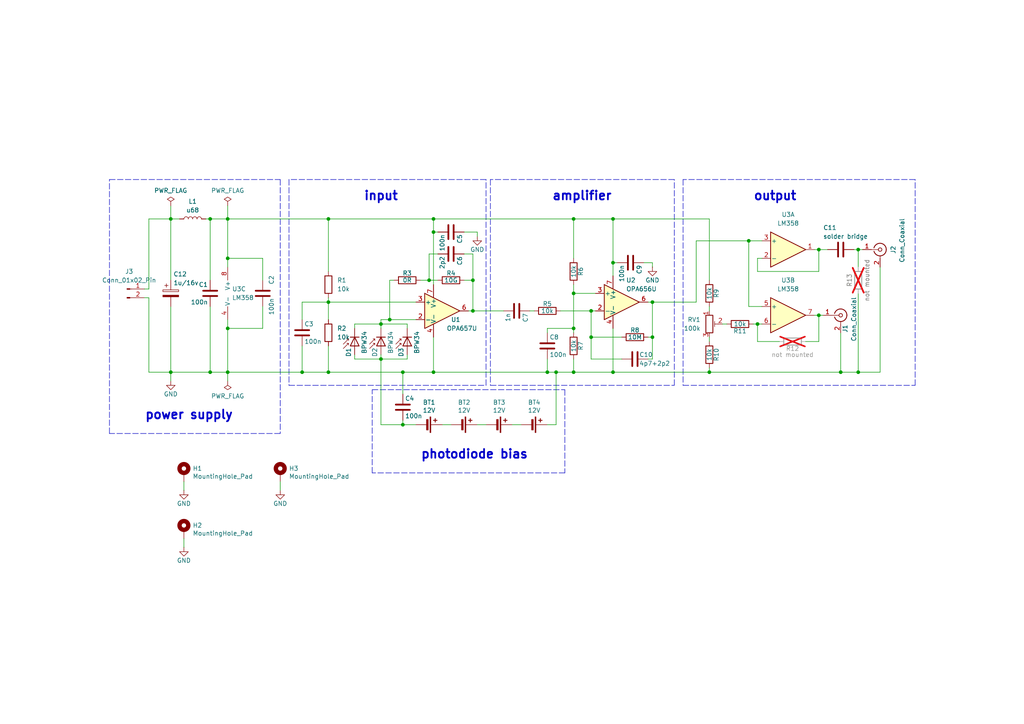
<source format=kicad_sch>
(kicad_sch (version 20250114) (generator "eeschema") (generator_version "9.0")
  (paper "A4")
  (lib_symbols
    (symbol "Amplifier_Operational:LM358" (pin_names (offset 0.127))
      (property "Reference" "U" (at 0 5.08 0))
      (property "Value" "LM358" (at 0 -5.08 0))
      (symbol "LM358_1_1"
        (polyline (pts (xy -5.08 5.08) (xy 5.08 0) (xy -5.08 -5.08) (xy -5.08 5.08)) (stroke (width 0.254)) (fill (type background)))
        (pin input line (at -7.62 2.54 0) (length 2.54) (name "+") (number "3"))
        (pin input line (at -7.62 -2.54 0) (length 2.54) (name "-") (number "2"))
        (pin output line (at 7.62 0 180) (length 2.54) (name "~") (number "1"))
      )
      (symbol "LM358_2_1"
        (polyline (pts (xy -5.08 5.08) (xy 5.08 0) (xy -5.08 -5.08) (xy -5.08 5.08)) (stroke (width 0.254)) (fill (type background)))
        (pin input line (at -7.62 2.54 0) (length 2.54) (name "+") (number "5"))
        (pin input line (at -7.62 -2.54 0) (length 2.54) (name "-") (number "6"))
        (pin output line (at 7.62 0 180) (length 2.54) (name "~") (number "7"))
      )
      (symbol "LM358_3_1"
        (pin power_in line (at -2.54 7.62 270) (length 3.81) (name "V+") (number "8"))
        (pin power_in line (at -2.54 -7.62 90) (length 3.81) (name "V-") (number "4"))
      )
    )
    (symbol "Amplifier_Operational:OPA333xxD" (pin_names (offset 0.127))
      (property "Reference" "U" (at 0 6.35 0))
      (property "Value" "OPA333xxD" (at 0 3.81 0))
      (symbol "OPA333xxD_0_1"
        (polyline (pts (xy -5.08 5.08) (xy 5.08 0) (xy -5.08 -5.08) (xy -5.08 5.08)) (stroke (width 0.254)) (fill (type background)))
      )
      (symbol "OPA333xxD_1_1"
        (pin input line (at -7.62 2.54 0) (length 2.54) (name "+") (number "3"))
        (pin input line (at -7.62 -2.54 0) (length 2.54) (name "-") (number "2"))
        (pin power_in line (at -2.54 7.62 270) (length 3.81) (name "V+") (number "7"))
        (pin no_connect line (at -2.54 2.54 270) (length 2.54) (hide yes) (name "NC") (number "1"))
        (pin power_in line (at -2.54 -7.62 90) (length 3.81) (name "V-") (number "4"))
        (pin no_connect line (at 0 2.54 270) (length 2.54) (hide yes) (name "NC") (number "5"))
        (pin no_connect line (at 0 -2.54 90) (length 2.54) (hide yes) (name "NC") (number "8"))
        (pin output line (at 7.62 0 180) (length 2.54) (name "~") (number "6"))
      )
    )
    (symbol "Connector:Conn_01x02_Pin" (pin_names (offset 1.016) (hide yes))
      (property "Reference" "J" (at 0 2.54 0))
      (property "Value" "Conn_01x02_Pin" (at 0 -5.08 0))
      (symbol "Conn_01x02_Pin_1_1"
        (rectangle (start 0.8636 0.127) (end 0 -0.127) (stroke (width 0.1524)) (fill (type outline)))
        (rectangle (start 0.8636 -2.413) (end 0 -2.667) (stroke (width 0.1524)) (fill (type outline)))
        (polyline (pts (xy 1.27 0) (xy 0.8636 0)) (stroke (width 0.1524)))
        (polyline (pts (xy 1.27 -2.54) (xy 0.8636 -2.54)) (stroke (width 0.1524)))
        (pin passive line (at 5.08 0 180) (length 3.81) (name "Pin_1") (number "1"))
        (pin passive line (at 5.08 -2.54 180) (length 3.81) (name "Pin_2") (number "2"))
      )
    )
    (symbol "Connector:Conn_Coaxial" (pin_names (offset 1.016) (hide yes))
      (property "Reference" "J" (at 0.254 3.048 0))
      (property "Value" "Conn_Coaxial" (at 2.921 0 90))
      (symbol "Conn_Coaxial_0_1"
        (polyline (pts (xy -2.54 0) (xy -0.508 0)))
        (arc (start 1.778 0) (mid 0.222 -1.8079) (end -1.778 -0.508) (stroke (width 0.254)))
        (arc (start -1.778 0.508) (mid 0.2221 1.8084) (end 1.778 0) (stroke (width 0.254)))
        (circle (center 0 0) (radius 0.508) (stroke (width 0.2032)))
        (polyline (pts (xy 0 -2.54) (xy 0 -1.778)))
      )
      (symbol "Conn_Coaxial_1_1"
        (pin passive line (at -5.08 0 0) (length 2.54) (name "In") (number "1"))
        (pin passive line (at 0 -5.08 90) (length 2.54) (name "Ext") (number "2"))
      )
    )
    (symbol "Device:Battery_Cell" (pin_numbers (hide yes)) (pin_names (offset 0) (hide yes))
      (property "Reference" "BT" (at 2.54 2.54 0))
      (property "Value" "Battery_Cell" (at 2.54 0 0))
      (symbol "Battery_Cell_0_1"
        (rectangle (start -2.286 1.778) (end 2.286 1.524) (fill (type outline)))
        (rectangle (start -1.524 1.016) (end 1.524 0.508) (fill (type outline)))
        (polyline (pts (xy 0 1.778) (xy 0 2.54)))
        (polyline (pts (xy 0 0.762) (xy 0 0)))
        (polyline (pts (xy 0.762 3.048) (xy 1.778 3.048)) (stroke (width 0.254)))
        (polyline (pts (xy 1.27 3.556) (xy 1.27 2.54)) (stroke (width 0.254)))
      )
      (symbol "Battery_Cell_1_1"
        (pin passive line (at 0 5.08 270) (length 2.54) (name "+") (number "1"))
        (pin passive line (at 0 -2.54 90) (length 2.54) (name "-") (number "2"))
      )
    )
    (symbol "Device:C" (pin_numbers (hide yes)) (pin_names (offset 0.254))
      (property "Reference" "C" (at 0.635 2.54 0))
      (property "Value" "C" (at 0.635 -2.54 0))
      (symbol "C_0_1"
        (polyline (pts (xy -2.032 0.762) (xy 2.032 0.762)) (stroke (width 0.508)))
        (polyline (pts (xy -2.032 -0.762) (xy 2.032 -0.762)) (stroke (width 0.508)))
      )
      (symbol "C_1_1"
        (pin passive line (at 0 3.81 270) (length 2.794) (name "~") (number "1"))
        (pin passive line (at 0 -3.81 90) (length 2.794) (name "~") (number "2"))
      )
    )
    (symbol "Device:C_Polarized" (pin_numbers (hide yes)) (pin_names (offset 0.254))
      (property "Reference" "C" (at 0.635 2.54 0))
      (property "Value" "C_Polarized" (at 0.635 -2.54 0))
      (symbol "C_Polarized_0_1"
        (rectangle (start -2.286 0.508) (end 2.286 1.016))
        (polyline (pts (xy -1.778 2.286) (xy -0.762 2.286)))
        (polyline (pts (xy -1.27 2.794) (xy -1.27 1.778)))
        (rectangle (start 2.286 -0.508) (end -2.286 -1.016) (fill (type outline)))
      )
      (symbol "C_Polarized_1_1"
        (pin passive line (at 0 3.81 270) (length 2.794) (name "~") (number "1"))
        (pin passive line (at 0 -3.81 90) (length 2.794) (name "~") (number "2"))
      )
    )
    (symbol "Device:D_Photo" (pin_numbers (hide yes)) (pin_names (hide yes))
      (property "Reference" "D" (at 0.508 1.778 0))
      (property "Value" "D_Photo" (at -1.016 -2.794 0))
      (symbol "D_Photo_0_1"
        (polyline (pts (xy -2.54 1.27) (xy -2.54 -1.27)) (stroke (width 0.254)))
        (polyline (pts (xy -2.032 1.778) (xy -1.524 1.778)))
        (polyline (pts (xy -0.508 3.302) (xy -2.032 1.778) (xy -2.032 2.286)))
        (polyline (pts (xy 0 0) (xy -2.54 0)))
        (polyline (pts (xy 0 -1.27) (xy 0 1.27) (xy -2.54 0) (xy 0 -1.27)) (stroke (width 0.254)))
        (polyline (pts (xy 0.762 3.302) (xy -0.762 1.778) (xy -0.762 2.286) (xy -0.762 1.778) (xy -0.254 1.778)))
      )
      (symbol "D_Photo_1_1"
        (pin passive line (at -5.08 0 0) (length 2.54) (name "K") (number "1"))
        (pin passive line (at 2.54 0 180) (length 2.54) (name "A") (number "2"))
      )
    )
    (symbol "Device:L" (pin_numbers (hide yes)) (pin_names (offset 1.016) (hide yes))
      (property "Reference" "L" (at -1.27 0 90))
      (property "Value" "L" (at 1.905 0 90))
      (symbol "L_0_1"
        (arc (start 0 2.54) (mid 0.6323 1.905) (end 0 1.27))
        (arc (start 0 1.27) (mid 0.6323 0.635) (end 0 0))
        (arc (start 0 0) (mid 0.6323 -0.635) (end 0 -1.27))
        (arc (start 0 -1.27) (mid 0.6323 -1.905) (end 0 -2.54))
      )
      (symbol "L_1_1"
        (pin passive line (at 0 3.81 270) (length 1.27) (name "1") (number "1"))
        (pin passive line (at 0 -3.81 90) (length 1.27) (name "2") (number "2"))
      )
    )
    (symbol "Device:R" (pin_numbers (hide yes)) (pin_names (offset 0))
      (property "Reference" "R" (at 2.032 0 90))
      (property "Value" "R" (at 0 0 90))
      (symbol "R_0_1"
        (rectangle (start -1.016 -2.54) (end 1.016 2.54) (stroke (width 0.254)))
      )
      (symbol "R_1_1"
        (pin passive line (at 0 3.81 270) (length 1.27) (name "~") (number "1"))
        (pin passive line (at 0 -3.81 90) (length 1.27) (name "~") (number "2"))
      )
    )
    (symbol "Device:R_Potentiometer_Trim" (pin_names (offset 1.016) (hide yes))
      (property "Reference" "RV" (at -4.445 0 90))
      (property "Value" "R_Potentiometer_Trim" (at -2.54 0 90))
      (symbol "R_Potentiometer_Trim_0_1"
        (rectangle (start 1.016 2.54) (end -1.016 -2.54) (stroke (width 0.254)))
        (polyline (pts (xy 1.524 0.762) (xy 1.524 -0.762)))
        (polyline (pts (xy 2.54 0) (xy 1.524 0)))
      )
      (symbol "R_Potentiometer_Trim_1_1"
        (pin passive line (at 0 3.81 270) (length 1.27) (name "1") (number "1"))
        (pin passive line (at 0 -3.81 90) (length 1.27) (name "3") (number "3"))
        (pin passive line (at 3.81 0 180) (length 1.27) (name "2") (number "2"))
      )
    )
    (symbol "Mechanical:MountingHole_Pad" (pin_numbers (hide yes)) (pin_names (offset 1.016) (hide yes)) (exclude_from_sim yes) (in_bom no)
      (property "Reference" "H" (at 0 6.35 0))
      (property "Value" "MountingHole_Pad" (at 0 4.445 0))
      (symbol "MountingHole_Pad_0_1"
        (circle (center 0 1.27) (radius 1.27) (stroke (width 1.27)))
      )
      (symbol "MountingHole_Pad_1_1"
        (pin input line (at 0 -2.54 90) (length 2.54) (name "1") (number "1"))
      )
    )
    (symbol "power:GND" (power) (pin_numbers (hide yes)) (pin_names (offset 0) (hide yes))
      (property "Value" "GND" (at 0 -3.81 0))
      (symbol "GND_0_1"
        (polyline (pts (xy 0 0) (xy 0 -1.27) (xy 1.27 -1.27) (xy 0 -2.54) (xy -1.27 -1.27) (xy 0 -1.27)))
      )
      (symbol "GND_1_1"
        (pin power_in line (at 0 0 270) (length 0) (name "~") (number "1"))
      )
    )
    (symbol "power:PWR_FLAG" (power) (pin_numbers (hide yes)) (pin_names (offset 0) (hide yes))
      (property "Value" "PWR_FLAG" (at 0 3.81 0))
      (symbol "PWR_FLAG_0_0"
        (pin power_out line (at 0 0 90) (length 0) (name "~") (number "1"))
      )
      (symbol "PWR_FLAG_0_1"
        (polyline (pts (xy 0 0) (xy 0 1.27) (xy -1.016 1.905) (xy 0 2.54) (xy 1.016 1.905) (xy 0 1.27)))
      )
    )
  )
  (text "input" (at 105.41 58.42 0) (effects (font (size 2.54 2.54) (thickness 0.508) (bold yes)) (justify left bottom)))
  (text "amplifier" (at 160.02 58.42 0) (effects (font (size 2.54 2.54) (thickness 0.508) (bold yes)) (justify left bottom)))
  (text "power supply" (at 41.91 121.92 0) (effects (font (size 2.54 2.54) (thickness 0.508) (bold yes)) (justify left bottom)))
  (text "output" (at 218.44 58.42 0) (effects (font (size 2.54 2.54) (thickness 0.508) (bold yes)) (justify left bottom)))
  (text "photodiode bias" (at 121.92 133.35 0) (effects (font (size 2.54 2.54) (thickness 0.508) (bold yes)) (justify left bottom)))
  (junction (at 171.45 90.17))
  (junction (at 113.03 92.71))
  (junction (at 166.37 85.09))
  (junction (at 177.8 107.95))
  (junction (at 125.73 67.31))
  (junction (at 166.37 63.5))
  (junction (at 177.8 63.5))
  (junction (at 110.49 93.98))
  (junction (at 248.92 72.39))
  (junction (at 171.45 97.79))
  (junction (at 237.49 72.39))
  (junction (at 66.04 95.25))
  (junction (at 95.25 87.63))
  (junction (at 125.73 63.5))
  (junction (at 66.04 63.5))
  (junction (at 189.23 97.79))
  (junction (at 124.46 81.28))
  (junction (at 237.49 91.44))
  (junction (at 189.23 87.63))
  (junction (at 243.84 107.95))
  (junction (at 49.53 107.95))
  (junction (at 166.37 107.95))
  (junction (at 161.29 107.95))
  (junction (at 116.84 107.95))
  (junction (at 66.04 107.95))
  (junction (at 66.04 74.93))
  (junction (at 177.8 76.2))
  (junction (at 205.74 107.95))
  (junction (at 60.96 107.95))
  (junction (at 110.49 104.14))
  (junction (at 166.37 95.25))
  (junction (at 87.63 107.95))
  (junction (at 217.17 69.85))
  (junction (at 219.71 93.98))
  (junction (at 248.92 107.95))
  (junction (at 49.53 63.5))
  (junction (at 137.16 90.17))
  (junction (at 125.73 107.95))
  (junction (at 137.16 81.28))
  (junction (at 60.96 63.5))
  (junction (at 158.75 107.95))
  (junction (at 116.84 123.19))
  (junction (at 95.25 63.5))
  (junction (at 95.25 107.95))
  (wire (pts (xy 66.04 95.25) (xy 66.04 107.95)))
  (polyline (pts (xy 142.24 52.07) (xy 142.24 111.76)) (stroke (width 0) (type dash)))
  (wire (pts (xy 134.62 73.66) (xy 137.16 73.66)))
  (wire (pts (xy 60.96 107.95) (xy 66.04 107.95)))
  (wire (pts (xy 171.45 90.17) (xy 172.72 90.17)))
  (wire (pts (xy 189.23 76.2) (xy 189.23 77.47)))
  (wire (pts (xy 217.17 88.9) (xy 217.17 69.85)))
  (wire (pts (xy 49.53 110.49) (xy 49.53 107.95)))
  (wire (pts (xy 49.53 88.9) (xy 49.53 107.95)))
  (wire (pts (xy 248.92 107.95) (xy 255.27 107.95)))
  (wire (pts (xy 237.49 72.39) (xy 236.22 72.39)))
  (wire (pts (xy 255.27 107.95) (xy 255.27 77.47)))
  (polyline (pts (xy 198.12 52.07) (xy 198.12 111.76)) (stroke (width 0) (type dash)))
  (wire (pts (xy 220.98 93.98) (xy 219.71 93.98)))
  (wire (pts (xy 237.49 91.44) (xy 238.76 91.44)))
  (wire (pts (xy 219.71 78.74) (xy 237.49 78.74)))
  (wire (pts (xy 237.49 78.74) (xy 237.49 72.39)))
  (wire (pts (xy 205.74 97.79) (xy 205.74 99.06)))
  (wire (pts (xy 53.34 158.75) (xy 53.34 156.21)))
  (wire (pts (xy 219.71 93.98) (xy 218.44 93.98)))
  (wire (pts (xy 166.37 82.55) (xy 166.37 85.09)))
  (polyline (pts (xy 31.75 125.73) (xy 31.75 52.07)) (stroke (width 0) (type dash)))
  (wire (pts (xy 60.96 63.5) (xy 60.96 81.28)))
  (wire (pts (xy 87.63 87.63) (xy 95.25 87.63)))
  (wire (pts (xy 209.55 93.98) (xy 210.82 93.98)))
  (wire (pts (xy 127 73.66) (xy 124.46 73.66)))
  (polyline (pts (xy 265.43 52.07) (xy 198.12 52.07)) (stroke (width 0) (type dash)))
  (wire (pts (xy 247.65 72.39) (xy 248.92 72.39)))
  (wire (pts (xy 171.45 104.14) (xy 171.45 97.79)))
  (polyline (pts (xy 81.28 125.73) (xy 31.75 125.73)) (stroke (width 0) (type dash)))
  (wire (pts (xy 161.29 107.95) (xy 158.75 107.95)))
  (wire (pts (xy 134.62 81.28) (xy 137.16 81.28)))
  (wire (pts (xy 250.19 72.39) (xy 248.92 72.39)))
  (wire (pts (xy 60.96 88.9) (xy 60.96 107.95)))
  (wire (pts (xy 179.07 76.2) (xy 177.8 76.2)))
  (wire (pts (xy 233.68 99.06) (xy 237.49 99.06)))
  (wire (pts (xy 95.25 107.95) (xy 116.84 107.95)))
  (polyline (pts (xy 140.97 111.76) (xy 140.97 52.07)) (stroke (width 0) (type dash)))
  (wire (pts (xy 243.84 107.95) (xy 248.92 107.95)))
  (wire (pts (xy 49.53 81.28) (xy 49.53 63.5)))
  (wire (pts (xy 49.53 107.95) (xy 60.96 107.95)))
  (wire (pts (xy 120.65 123.19) (xy 116.84 123.19)))
  (wire (pts (xy 127 81.28) (xy 124.46 81.28)))
  (wire (pts (xy 161.29 123.19) (xy 158.75 123.19)))
  (polyline (pts (xy 81.28 52.07) (xy 81.28 125.73)) (stroke (width 0) (type dash)))
  (wire (pts (xy 95.25 87.63) (xy 95.25 92.71)))
  (wire (pts (xy 76.2 95.25) (xy 66.04 95.25)))
  (polyline (pts (xy 195.58 52.07) (xy 142.24 52.07)) (stroke (width 0) (type dash)))
  (wire (pts (xy 166.37 63.5) (xy 166.37 74.93)))
  (wire (pts (xy 41.91 86.36) (xy 43.18 86.36)))
  (wire (pts (xy 102.87 104.14) (xy 110.49 104.14)))
  (polyline (pts (xy 31.75 52.07) (xy 81.28 52.07)) (stroke (width 0) (type dash)))
  (wire (pts (xy 87.63 107.95) (xy 95.25 107.95)))
  (wire (pts (xy 205.74 106.68) (xy 205.74 107.95)))
  (polyline (pts (xy 140.97 52.07) (xy 83.82 52.07)) (stroke (width 0) (type dash)))
  (wire (pts (xy 118.11 93.98) (xy 118.11 95.25)))
  (wire (pts (xy 205.74 88.9) (xy 205.74 90.17)))
  (wire (pts (xy 116.84 121.92) (xy 116.84 123.19)))
  (wire (pts (xy 49.53 63.5) (xy 49.53 59.69)))
  (polyline (pts (xy 195.58 111.76) (xy 195.58 52.07)) (stroke (width 0) (type dash)))
  (wire (pts (xy 113.03 81.28) (xy 113.03 92.71)))
  (wire (pts (xy 66.04 92.71) (xy 66.04 95.25)))
  (wire (pts (xy 116.84 107.95) (xy 125.73 107.95)))
  (polyline (pts (xy 83.82 52.07) (xy 83.82 111.76)) (stroke (width 0) (type dash)))
  (wire (pts (xy 110.49 104.14) (xy 118.11 104.14)))
  (wire (pts (xy 134.62 67.31) (xy 138.43 67.31)))
  (wire (pts (xy 187.96 97.79) (xy 189.23 97.79)))
  (wire (pts (xy 189.23 87.63) (xy 201.93 87.63)))
  (wire (pts (xy 138.43 67.31) (xy 138.43 68.58)))
  (wire (pts (xy 171.45 104.14) (xy 180.34 104.14)))
  (wire (pts (xy 110.49 93.98) (xy 110.49 95.25)))
  (wire (pts (xy 102.87 93.98) (xy 110.49 93.98)))
  (wire (pts (xy 43.18 63.5) (xy 49.53 63.5)))
  (wire (pts (xy 113.03 92.71) (xy 120.65 92.71)))
  (wire (pts (xy 127 67.31) (xy 125.73 67.31)))
  (wire (pts (xy 95.25 63.5) (xy 95.25 78.74)))
  (wire (pts (xy 137.16 90.17) (xy 146.05 90.17)))
  (wire (pts (xy 66.04 63.5) (xy 95.25 63.5)))
  (wire (pts (xy 237.49 91.44) (xy 236.22 91.44)))
  (wire (pts (xy 177.8 63.5) (xy 205.74 63.5)))
  (wire (pts (xy 166.37 85.09) (xy 166.37 95.25)))
  (wire (pts (xy 66.04 110.49) (xy 66.04 107.95)))
  (wire (pts (xy 177.8 107.95) (xy 205.74 107.95)))
  (wire (pts (xy 177.8 63.5) (xy 177.8 76.2)))
  (wire (pts (xy 219.71 93.98) (xy 219.71 99.06)))
  (wire (pts (xy 87.63 107.95) (xy 87.63 100.33)))
  (wire (pts (xy 205.74 63.5) (xy 205.74 81.28)))
  (wire (pts (xy 189.23 97.79) (xy 189.23 87.63)))
  (wire (pts (xy 124.46 73.66) (xy 124.46 81.28)))
  (wire (pts (xy 66.04 74.93) (xy 66.04 77.47)))
  (wire (pts (xy 81.28 142.24) (xy 81.28 139.7)))
  (wire (pts (xy 95.25 87.63) (xy 120.65 87.63)))
  (wire (pts (xy 187.96 104.14) (xy 189.23 104.14)))
  (wire (pts (xy 189.23 104.14) (xy 189.23 97.79)))
  (wire (pts (xy 137.16 81.28) (xy 137.16 90.17)))
  (wire (pts (xy 76.2 74.93) (xy 66.04 74.93)))
  (wire (pts (xy 59.69 63.5) (xy 60.96 63.5)))
  (wire (pts (xy 76.2 88.9) (xy 76.2 95.25)))
  (wire (pts (xy 166.37 95.25) (xy 166.37 96.52)))
  (wire (pts (xy 43.18 107.95) (xy 49.53 107.95)))
  (wire (pts (xy 110.49 104.14) (xy 110.49 123.19)))
  (polyline (pts (xy 107.95 113.03) (xy 163.83 113.03)) (stroke (width 0) (type dash)))
  (wire (pts (xy 177.8 95.25) (xy 177.8 107.95)))
  (wire (pts (xy 76.2 81.28) (xy 76.2 74.93)))
  (wire (pts (xy 124.46 81.28) (xy 121.92 81.28)))
  (polyline (pts (xy 265.43 111.76) (xy 265.43 52.07)) (stroke (width 0) (type dash)))
  (wire (pts (xy 110.49 93.98) (xy 118.11 93.98)))
  (wire (pts (xy 166.37 107.95) (xy 166.37 104.14)))
  (wire (pts (xy 95.25 107.95) (xy 95.25 100.33)))
  (wire (pts (xy 158.75 95.25) (xy 166.37 95.25)))
  (wire (pts (xy 110.49 102.87) (xy 110.49 104.14)))
  (wire (pts (xy 248.92 77.47) (xy 248.92 72.39)))
  (wire (pts (xy 140.97 123.19) (xy 138.43 123.19)))
  (wire (pts (xy 151.13 123.19) (xy 148.59 123.19)))
  (wire (pts (xy 60.96 63.5) (xy 66.04 63.5)))
  (wire (pts (xy 177.8 107.95) (xy 166.37 107.95)))
  (wire (pts (xy 177.8 76.2) (xy 177.8 80.01)))
  (wire (pts (xy 153.67 90.17) (xy 154.94 90.17)))
  (polyline (pts (xy 142.24 111.76) (xy 195.58 111.76)) (stroke (width 0) (type dash)))
  (wire (pts (xy 118.11 104.14) (xy 118.11 102.87)))
  (wire (pts (xy 219.71 74.93) (xy 219.71 78.74)))
  (wire (pts (xy 53.34 142.24) (xy 53.34 139.7)))
  (polyline (pts (xy 83.82 111.76) (xy 140.97 111.76)) (stroke (width 0) (type dash)))
  (wire (pts (xy 125.73 67.31) (xy 125.73 82.55)))
  (wire (pts (xy 114.3 81.28) (xy 113.03 81.28)))
  (polyline (pts (xy 198.12 111.76) (xy 265.43 111.76)) (stroke (width 0) (type dash)))
  (wire (pts (xy 248.92 85.09) (xy 248.92 107.95)))
  (polyline (pts (xy 107.95 137.16) (xy 107.95 113.03)) (stroke (width 0) (type dash)))
  (wire (pts (xy 125.73 97.79) (xy 125.73 107.95)))
  (wire (pts (xy 166.37 107.95) (xy 161.29 107.95)))
  (wire (pts (xy 130.81 123.19) (xy 128.27 123.19)))
  (wire (pts (xy 205.74 107.95) (xy 243.84 107.95)))
  (wire (pts (xy 116.84 114.3) (xy 116.84 107.95)))
  (wire (pts (xy 110.49 93.98) (xy 110.49 92.71)))
  (wire (pts (xy 220.98 88.9) (xy 217.17 88.9)))
  (wire (pts (xy 66.04 59.69) (xy 66.04 63.5)))
  (wire (pts (xy 95.25 63.5) (xy 125.73 63.5)))
  (wire (pts (xy 52.07 63.5) (xy 49.53 63.5)))
  (wire (pts (xy 162.56 90.17) (xy 171.45 90.17)))
  (wire (pts (xy 243.84 96.52) (xy 243.84 107.95)))
  (wire (pts (xy 172.72 85.09) (xy 166.37 85.09)))
  (wire (pts (xy 166.37 63.5) (xy 177.8 63.5)))
  (wire (pts (xy 158.75 107.95) (xy 158.75 104.14)))
  (wire (pts (xy 237.49 72.39) (xy 240.03 72.39)))
  (wire (pts (xy 237.49 99.06) (xy 237.49 91.44)))
  (wire (pts (xy 43.18 83.82) (xy 43.18 63.5)))
  (wire (pts (xy 87.63 87.63) (xy 87.63 92.71)))
  (wire (pts (xy 217.17 69.85) (xy 220.98 69.85)))
  (wire (pts (xy 135.89 90.17) (xy 137.16 90.17)))
  (wire (pts (xy 66.04 107.95) (xy 87.63 107.95)))
  (wire (pts (xy 186.69 76.2) (xy 189.23 76.2)))
  (wire (pts (xy 41.91 83.82) (xy 43.18 83.82)))
  (wire (pts (xy 125.73 63.5) (xy 166.37 63.5)))
  (polyline (pts (xy 163.83 137.16) (xy 107.95 137.16)) (stroke (width 0) (type dash)))
  (wire (pts (xy 220.98 74.93) (xy 219.71 74.93)))
  (wire (pts (xy 201.93 69.85) (xy 217.17 69.85)))
  (polyline (pts (xy 163.83 113.03) (xy 163.83 137.16)) (stroke (width 0) (type dash)))
  (wire (pts (xy 125.73 63.5) (xy 125.73 67.31)))
  (wire (pts (xy 180.34 97.79) (xy 171.45 97.79)))
  (wire (pts (xy 187.96 87.63) (xy 189.23 87.63)))
  (wire (pts (xy 102.87 95.25) (xy 102.87 93.98)))
  (wire (pts (xy 110.49 92.71) (xy 113.03 92.71)))
  (wire (pts (xy 102.87 102.87) (xy 102.87 104.14)))
  (wire (pts (xy 95.25 86.36) (xy 95.25 87.63)))
  (wire (pts (xy 43.18 86.36) (xy 43.18 107.95)))
  (wire (pts (xy 219.71 99.06) (xy 226.06 99.06)))
  (wire (pts (xy 161.29 123.19) (xy 161.29 107.95)))
  (wire (pts (xy 125.73 107.95) (xy 158.75 107.95)))
  (wire (pts (xy 201.93 87.63) (xy 201.93 69.85)))
  (wire (pts (xy 66.04 63.5) (xy 66.04 74.93)))
  (wire (pts (xy 171.45 97.79) (xy 171.45 90.17)))
  (wire (pts (xy 137.16 73.66) (xy 137.16 81.28)))
  (wire (pts (xy 158.75 96.52) (xy 158.75 95.25)))
  (wire (pts (xy 110.49 123.19) (xy 116.84 123.19)))
  (symbol (lib_id "Device:D_Photo") (at 118.11 100.33 90) (mirror x) (unit 1)
    (property "Reference" "D3" (at 116.332 100.838 0) (effects (justify left)))
    (property "Value" "BPW34" (at 120.904 99.314 0))
    (property "Footprint" "Diodes_THT:D_DO-35_SOD27_P5.08mm_Vertical_KathodeUp" (effects (hide yes)))
  )
  (symbol (lib_id "Device:R") (at 130.81 81.28 90) (unit 1)
    (property "Reference" "R4" (at 130.81 79.248 90))
    (property "Value" "10G" (at 130.81 81.28 90))
    (property "Footprint" "Resistors_SMD:R_0805_HandSoldering" (effects (hide yes)))
  )
  (symbol (lib_id "Device:R") (at 95.25 96.52 0) (unit 1)
    (property "Reference" "R2" (at 97.79 95.2499 0) (effects (justify left)))
    (property "Value" "10k" (at 97.79 97.7899 0) (effects (justify left)))
    (property "Footprint" "Resistors_SMD:R_0805_HandSoldering" (effects (hide yes)))
  )
  (symbol (lib_id "Device:R") (at 95.25 82.55 0) (unit 1)
    (property "Reference" "R1" (at 97.79 81.2799 0) (effects (justify left)))
    (property "Value" "10k" (at 97.79 83.8199 0) (effects (justify left)))
    (property "Footprint" "Resistors_SMD:R_0805_HandSoldering" (effects (hide yes)))
  )
  (symbol (lib_id "Device:C") (at 87.63 96.52 0) (unit 1)
    (property "Reference" "C3" (at 88.265 93.98 0) (effects (justify left)))
    (property "Value" "100n" (at 88.265 99.06 0) (effects (justify left)))
    (property "Footprint" "Capacitor_SMD:C_0805_2012Metric" (effects (hide yes)))
  )
  (symbol (lib_id "Device:C") (at 130.81 73.66 270) (unit 1)
    (property "Reference" "C6" (at 133.35 74.295 0) (effects (justify left)))
    (property "Value" "2p2" (at 128.27 74.295 0) (effects (justify left)))
    (property "Footprint" "Capacitor_SMD:C_0805_2012Metric" (effects (hide yes)))
  )
  (symbol (lib_id "Device:C") (at 130.81 67.31 270) (unit 1)
    (property "Reference" "C5" (at 133.35 67.945 0) (effects (justify left)))
    (property "Value" "100n" (at 128.27 67.945 0) (effects (justify left)))
    (property "Footprint" "Capacitor_SMD:C_0805_2012Metric" (effects (hide yes)))
  )
  (symbol (lib_id "power:GND") (at 138.43 68.58 0) (unit 1)
    (property "Reference" "#PWR05" (effects (hide yes)))
    (property "Value" "GND" (at 138.43 72.39 0))
  )
  (symbol (lib_id "Device:C") (at 149.86 90.17 270) (unit 1)
    (property "Reference" "C7" (at 152.4 90.805 0) (effects (justify left)))
    (property "Value" "1n" (at 147.32 90.805 0) (effects (justify left)))
    (property "Footprint" "Capacitor_SMD:C_0805_2012Metric" (effects (hide yes)))
  )
  (symbol (lib_id "Device:R") (at 158.75 90.17 90) (unit 1)
    (property "Reference" "R5" (at 158.75 88.138 90))
    (property "Value" "10k" (at 158.75 90.17 90))
    (property "Footprint" "Resistors_SMD:R_0805_HandSoldering" (effects (hide yes)))
  )
  (symbol (lib_id "Device:R") (at 184.15 97.79 90) (unit 1)
    (property "Reference" "R8" (at 184.15 95.758 90))
    (property "Value" "10M" (at 184.15 97.79 90))
    (property "Footprint" "Resistors_SMD:R_0805_HandSoldering" (effects (hide yes)))
  )
  (symbol (lib_id "Device:R") (at 166.37 78.74 0) (unit 1)
    (property "Reference" "R6" (at 168.402 78.74 90))
    (property "Value" "10k" (at 166.37 78.74 90))
    (property "Footprint" "Resistors_THT:R_Axial_DIN0207_L6.3mm_D2.5mm_P10.16mm_Horizontal" (effects (hide yes)))
  )
  (symbol (lib_id "Device:R") (at 166.37 100.33 0) (unit 1)
    (property "Reference" "R7" (at 168.402 100.33 90))
    (property "Value" "10k" (at 166.37 100.33 90))
    (property "Footprint" "Resistors_SMD:R_0805_HandSoldering" (effects (hide yes)))
  )
  (symbol (lib_id "Device:C") (at 158.75 100.33 0) (unit 1)
    (property "Reference" "C8" (at 159.385 97.79 0) (effects (justify left)))
    (property "Value" "100n" (at 159.385 102.87 0) (effects (justify left)))
    (property "Footprint" "Capacitor_SMD:C_0805_2012Metric" (effects (hide yes)))
  )
  (symbol (lib_id "Device:C") (at 182.88 76.2 270) (unit 1)
    (property "Reference" "C9" (at 185.42 76.835 0) (effects (justify left)))
    (property "Value" "100n" (at 180.34 76.835 0) (effects (justify left)))
    (property "Footprint" "Capacitors_SMD:C_0805_HandSoldering" (effects (hide yes)))
  )
  (symbol (lib_id "power:GND") (at 189.23 77.47 0) (unit 1)
    (property "Reference" "#PWR06" (effects (hide yes)))
    (property "Value" "GND" (at 189.23 81.28 0))
  )
  (symbol (lib_id "Device:C") (at 60.96 85.09 0) (mirror y) (unit 1)
    (property "Reference" "C1" (at 60.325 82.55 0) (effects (justify left)))
    (property "Value" "100n" (at 60.325 87.63 0) (effects (justify left)))
    (property "Footprint" "Capacitor_SMD:C_0805_2012Metric" (effects (hide yes)))
  )
  (symbol (lib_id "Amplifier_Operational:OPA333xxD") (at 180.34 87.63 0) (unit 1)
    (property "Reference" "U2" (at 181.61 81.28 0) (effects (justify left)))
    (property "Value" "OPA656U" (at 181.61 83.82 0) (effects (justify left)))
    (property "Footprint" "Housings_SOIC:SOIC-8_3.9x4.9mm_Pitch1.27mm" (effects (hide yes)))
    (property "Datasheet" "http://www.ti.com/lit/ds/symlink/opa333.pdf" (effects (hide yes)))
  )
  (symbol (lib_id "Amplifier_Operational:OPA333xxD") (at 128.27 90.17 0) (unit 1)
    (property "Reference" "U1" (at 130.81 92.71 0) (effects (justify left)))
    (property "Value" "OPA657U" (at 129.54 95.25 0) (effects (justify left)))
    (property "Footprint" "Housings_SOIC:SOIC-8_3.9x4.9mm_Pitch1.27mm" (effects (hide yes)))
  )
  (symbol (lib_id "power:PWR_FLAG") (at 66.04 110.49 180) (unit 1)
    (property "Reference" "#FLG03" (effects (hide yes)))
    (property "Value" "PWR_FLAG" (at 66.04 114.8842 0))
  )
  (symbol (lib_id "power:PWR_FLAG") (at 49.53 59.69 0) (mirror y) (unit 1)
    (property "Reference" "#FLG01" (effects (hide yes)))
    (property "Value" "PWR_FLAG" (at 49.53 55.2704 0))
  )
  (symbol (lib_id "Device:R") (at 118.11 81.28 90) (unit 1)
    (property "Reference" "R3" (at 118.11 79.248 90))
    (property "Value" "0R" (at 118.11 81.28 90))
    (property "Footprint" "Resistors_SMD:R_0805_HandSoldering" (effects (hide yes)))
  )
  (symbol (lib_id "Device:C") (at 116.84 118.11 0) (unit 1)
    (property "Reference" "C4" (at 117.475 115.57 0) (effects (justify left)))
    (property "Value" "100n" (at 117.475 120.65 0) (effects (justify left)))
    (property "Footprint" "Capacitor_SMD:C_0805_2012Metric" (effects (hide yes)))
  )
  (symbol (lib_id "Device:Battery_Cell") (at 153.67 123.19 270) (mirror x) (unit 1)
    (property "Reference" "BT4" (at 154.94 116.713 90))
    (property "Value" "12V" (at 154.94 119.0244 90))
    (property "Footprint" "SemiconductorRadioactivityDetector:A23Single" (effects (hide yes)))
  )
  (symbol (lib_id "Device:Battery_Cell") (at 143.51 123.19 270) (mirror x) (unit 1)
    (property "Reference" "BT3" (at 144.78 116.713 90))
    (property "Value" "12V" (at 144.78 119.0244 90))
    (property "Footprint" "SemiconductorRadioactivityDetector:A23Single" (effects (hide yes)))
  )
  (symbol (lib_id "Device:Battery_Cell") (at 133.35 123.19 270) (mirror x) (unit 1)
    (property "Reference" "BT2" (at 134.62 116.713 90))
    (property "Value" "12V" (at 134.62 119.0244 90))
    (property "Footprint" "SemiconductorRadioactivityDetector:A23Single" (effects (hide yes)))
  )
  (symbol (lib_id "Device:Battery_Cell") (at 123.19 123.19 270) (mirror x) (unit 1)
    (property "Reference" "BT1" (at 124.46 116.713 90))
    (property "Value" "12V" (at 124.46 119.0244 90))
    (property "Footprint" "SemiconductorRadioactivityDetector:A23Single" (effects (hide yes)))
  )
  (symbol (lib_id "Device:D_Photo") (at 110.49 100.33 90) (mirror x) (unit 1)
    (property "Reference" "D2" (at 108.712 100.838 0) (effects (justify left)))
    (property "Value" "BPW34" (at 113.284 99.314 0))
    (property "Footprint" "Diodes_THT:D_DO-35_SOD27_P5.08mm_Vertical_KathodeUp" (effects (hide yes)))
  )
  (symbol (lib_id "Device:D_Photo") (at 102.87 100.33 90) (mirror x) (unit 1)
    (property "Reference" "D1" (at 101.092 100.838 0) (effects (justify left)))
    (property "Value" "BPW34" (at 105.664 99.314 0))
    (property "Footprint" "Diodes_THT:D_DO-35_SOD27_P5.08mm_Vertical_KathodeUp" (effects (hide yes)))
  )
  (symbol (lib_id "Device:C") (at 184.15 104.14 270) (unit 1)
    (property "Reference" "C10" (at 185.42 102.87 90) (effects (justify left)))
    (property "Value" "4p7+2p2" (at 185.42 105.41 90) (effects (justify left)))
    (property "Footprint" "Capacitors_SMD:C_0805_HandSoldering" (effects (hide yes)))
  )
  (symbol (lib_id "Device:C") (at 76.2 85.09 0) (unit 1)
    (property "Reference" "C2" (at 78.74 82.55 90) (effects (justify left)))
    (property "Value" "100n" (at 78.74 91.44 90) (effects (justify left)))
    (property "Footprint" "Capacitors_SMD:C_0805_HandSoldering" (effects (hide yes)))
  )
  (symbol (lib_id "power:GND") (at 49.53 110.49 0) (unit 1)
    (property "Reference" "#PWR01" (effects (hide yes)))
    (property "Value" "GND" (at 49.53 114.3 0))
  )
  (symbol (lib_id "Device:C") (at 243.84 72.39 270) (unit 1)
    (property "Reference" "C11" (at 238.76 66.04 90) (effects (justify left)))
    (property "Value" "solder bridge" (at 238.76 68.58 90) (effects (justify left)))
    (property "Footprint" "Capacitor_SMD:C_0805_2012Metric" (effects (hide yes)))
  )
  (symbol (lib_id "Device:R") (at 248.92 81.28 0) (unit 1) (dnp yes)
    (property "Reference" "R13" (at 246.38 81.28 90))
    (property "Value" "not mounted" (at 251.46 81.28 90))
    (property "Footprint" "Resistors_SMD:R_0805_HandSoldering" (effects (hide yes)))
  )
  (symbol (lib_id "power:PWR_FLAG") (at 66.04 59.69 0) (unit 1)
    (property "Reference" "#FLG02" (effects (hide yes)))
    (property "Value" "PWR_FLAG" (at 66.04 55.2704 0))
  )
  (symbol (lib_id "Connector:Conn_Coaxial") (at 255.27 72.39 0) (unit 1)
    (property "Reference" "J2" (at 259.08 73.66 90) (effects (justify left)))
    (property "Value" "Conn_Coaxial" (at 261.62 76.2 90) (effects (justify left)))
    (property "Footprint" "Connector_Coaxial:BNC_PanelMountable_Vertical" (effects (hide yes)))
  )
  (symbol (lib_id "Mechanical:MountingHole_Pad") (at 53.34 137.16 0) (unit 1)
    (property "Reference" "H1" (at 55.88 135.8646 0) (effects (justify left)))
    (property "Value" "MountingHole_Pad" (at 55.88 138.176 0) (effects (justify left)))
    (property "Footprint" "Mounting_Holes:MountingHole_3.5mm_Pad" (effects (hide yes)))
  )
  (symbol (lib_id "power:GND") (at 53.34 142.24 0) (unit 1)
    (property "Reference" "#PWR02" (effects (hide yes)))
    (property "Value" "GND" (at 53.34 146.05 0))
  )
  (symbol (lib_id "Mechanical:MountingHole_Pad") (at 81.28 137.16 0) (unit 1)
    (property "Reference" "H3" (at 83.82 135.8646 0) (effects (justify left)))
    (property "Value" "MountingHole_Pad" (at 83.82 138.176 0) (effects (justify left)))
    (property "Footprint" "Mounting_Holes:MountingHole_3.5mm_Pad" (effects (hide yes)))
  )
  (symbol (lib_id "power:GND") (at 81.28 142.24 0) (unit 1)
    (property "Reference" "#PWR04" (effects (hide yes)))
    (property "Value" "GND" (at 81.28 146.05 0))
  )
  (symbol (lib_id "Mechanical:MountingHole_Pad") (at 53.34 153.67 0) (unit 1)
    (property "Reference" "H2" (at 55.88 152.3746 0) (effects (justify left)))
    (property "Value" "MountingHole_Pad" (at 55.88 154.686 0) (effects (justify left)))
    (property "Footprint" "Mounting_Holes:MountingHole_3.5mm_Pad" (effects (hide yes)))
  )
  (symbol (lib_id "power:GND") (at 53.34 158.75 0) (unit 1)
    (property "Reference" "#PWR03" (effects (hide yes)))
    (property "Value" "GND" (at 53.34 162.56 0))
  )
  (symbol (lib_id "Device:R") (at 205.74 102.87 0) (unit 1)
    (property "Reference" "R10" (at 207.772 102.87 90))
    (property "Value" "10k" (at 205.74 102.87 90))
    (property "Footprint" "Resistors_SMD:R_0805_HandSoldering" (effects (hide yes)))
  )
  (symbol (lib_id "Device:R") (at 205.74 85.09 0) (unit 1)
    (property "Reference" "R9" (at 207.772 85.09 90))
    (property "Value" "10k" (at 205.74 85.09 90))
    (property "Footprint" "Resistors_SMD:R_0805_HandSoldering" (effects (hide yes)))
  )
  (symbol (lib_id "Device:R") (at 229.87 99.06 270) (unit 1) (dnp yes)
    (property "Reference" "R12" (at 229.87 101.092 90))
    (property "Value" "not mounted" (at 229.87 102.87 90))
    (property "Footprint" "Resistors_SMD:R_0805_HandSoldering" (effects (hide yes)))
  )
  (symbol (lib_id "Device:R") (at 214.63 93.98 270) (unit 1)
    (property "Reference" "R11" (at 214.63 96.012 90))
    (property "Value" "10k" (at 214.63 93.98 90))
    (property "Footprint" "Resistors_SMD:R_0805_HandSoldering" (effects (hide yes)))
  )
  (symbol (lib_id "Connector:Conn_Coaxial") (at 243.84 91.44 0) (unit 1)
    (property "Reference" "J1" (at 245.11 96.52 90) (effects (justify left)))
    (property "Value" "Conn_Coaxial" (at 247.65 99.06 90) (effects (justify left)))
    (property "Footprint" "Connector_Coaxial:BNC_PanelMountable_Vertical" (effects (hide yes)))
  )
  (symbol (lib_id "Connector:Conn_01x02_Pin") (at 36.83 83.82 0) (unit 1)
    (property "Reference" "J3" (at 37.465 78.74 0))
    (property "Value" "Conn_01x02_Pin" (at 37.465 81.28 0))
    (property "Footprint" "Connector_PinHeader_2.54mm:PinHeader_1x02_P2.54mm_Vertical" (effects (hide yes)))
    (property "Description" "Generic connector, single row, 01x02, script generated" (effects (hide yes)))
  )
  (symbol (lib_id "Amplifier_Operational:LM358") (at 228.6 72.39 0) (unit 1)
    (property "Reference" "U3" (at 228.6 62.23 0))
    (property "Value" "LM358" (at 228.6 64.77 0))
    (property "Footprint" "Package_SO:SOIC-8_3.9x4.9mm_P1.27mm" (effects (hide yes)))
    (property "Datasheet" "http://www.ti.com/lit/ds/symlink/lm2904-n.pdf" (effects (hide yes)))
    (property "Description" "Low-Power, Dual Operational Amplifiers, DIP-8/SOIC-8/TO-99-8" (effects (hide yes)))
  )
  (symbol (lib_id "Amplifier_Operational:LM358") (at 228.6 91.44 0) (unit 2)
    (property "Reference" "U3" (at 228.6 81.28 0))
    (property "Value" "LM358" (at 228.6 83.82 0))
    (property "Footprint" "Package_SO:SOIC-8_3.9x4.9mm_P1.27mm" (effects (hide yes)))
    (property "Datasheet" "http://www.ti.com/lit/ds/symlink/lm2904-n.pdf" (effects (hide yes)))
    (property "Description" "Low-Power, Dual Operational Amplifiers, DIP-8/SOIC-8/TO-99-8" (effects (hide yes)))
  )
  (symbol (lib_id "Device:C_Polarized") (at 49.53 85.09 0) (unit 1)
    (property "Reference" "C12" (at 50.292 79.502 0) (effects (justify left)))
    (property "Value" "1u/16v" (at 50.292 82.042 0) (effects (justify left)))
    (property "Footprint" "Capacitor_Tantalum_SMD:CP_EIA-3216-18_Kemet-A" (effects (hide yes)))
    (property "Description" "Polarized capacitor" (effects (hide yes)))
  )
  (symbol (lib_id "Device:L") (at 55.88 63.5 90) (unit 1)
    (property "Reference" "L1" (at 55.88 58.42 90))
    (property "Value" "u68" (at 55.88 60.96 90))
    (property "Footprint" "Inductor_SMD:L_1812_4532Metric" (effects (hide yes)))
    (property "Description" "Inductor" (effects (hide yes)))
  )
  (symbol (lib_id "Device:R_Potentiometer_Trim") (at 205.74 93.98 0) (unit 1)
    (property "Reference" "RV1" (at 203.2 92.7099 0) (effects (justify right)))
    (property "Value" "100k" (at 203.2 95.2499 0) (effects (justify right)))
    (property "Footprint" "Potentiometer_THT:Potentiometer_Bourns_3296W_Vertical" (effects (hide yes)))
    (property "Description" "Trim-potentiometer" (effects (hide yes)))
  )
  (symbol (lib_id "Amplifier_Operational:LM358") (at 68.58 85.09 0) (unit 3)
    (property "Reference" "U3" (at 67.31 83.8199 0) (effects (justify left)))
    (property "Value" "LM358" (at 67.31 86.3599 0) (effects (justify left)))
    (property "Footprint" "Package_SO:SOIC-8_3.9x4.9mm_P1.27mm" (effects (hide yes)))
    (property "Datasheet" "http://www.ti.com/lit/ds/symlink/lm2904-n.pdf" (effects (hide yes)))
    (property "Description" "Low-Power, Dual Operational Amplifiers, DIP-8/SOIC-8/TO-99-8" (effects (hide yes)))
  )
)
</source>
